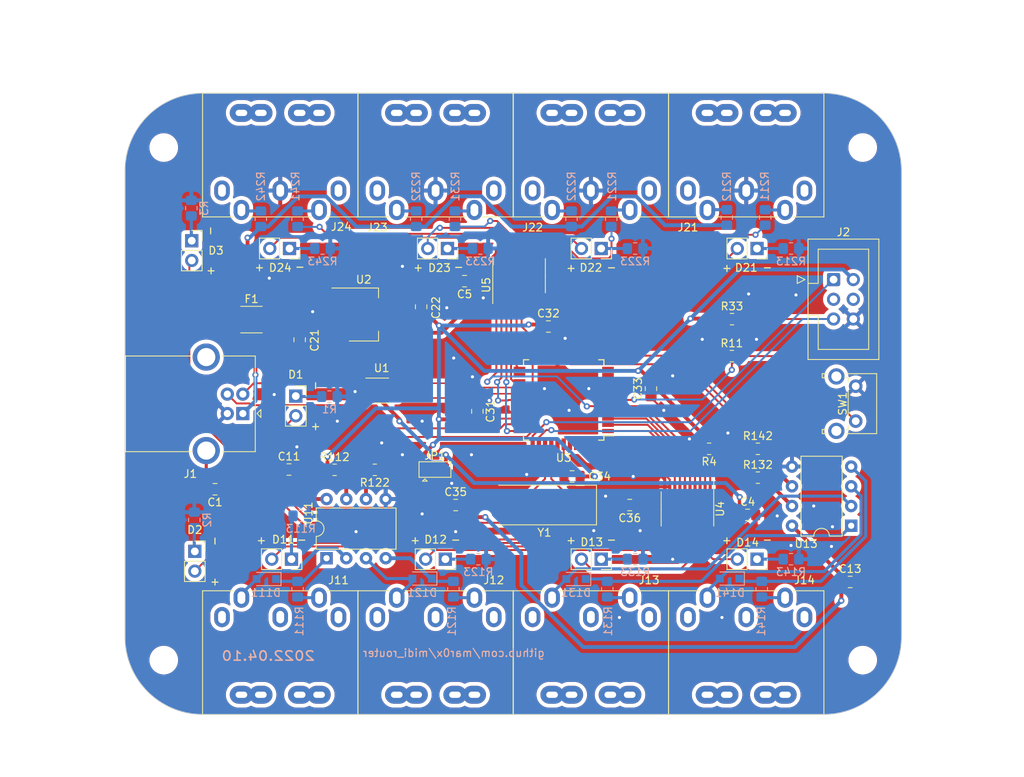
<source format=kicad_pcb>
(kicad_pcb (version 20240108) (generator "pcbnew") (generator_version "8.0")
  (layers (0 "F.Cu" signal) (31 "B.Cu" signal) (34 "B.Paste" user) (35 "F.Paste" user) (36 "B.SilkS" user "B.Silkscreen") (37 "F.SilkS" user "F.Silkscreen") (38 "B.Mask" user) (39 "F.Mask" user) (44 "Edge.Cuts" user))
  (net 0 "")
  (net 1 "Net-(C36-Pad2)")
  (net 3 "GND")
  (net 5 "Net-(D2-Pad1)")
  (net 6 "Net-(D3-Pad1)")
  (net 9 "Net-(D11-Pad1)")
  (net 10 "Net-(J22-Pad4)")
  (net 13 "Net-(D21-Pad1)")
  (net 14 "Net-(J21-Pad4)")
  (net 17 "Net-(J21-Pad5)")
  (net 18 "Net-(J14-Pad4)")
  (net 22 "Net-(D22-Pad1)")
  (net 26 "Net-(D131-Pad2)")
  (net 27 "Net-(J12-Pad4)")
  (net 31 "Net-(D111-Pad1)")
  (net 32 "Net-(D111-Pad2)")
  (net 36 "Net-(D121-Pad1)")
  (net 37 "Net-(D24-Pad1)")
  (net 38 "+5V")
  (net 39 "TX4")
  (net 40 "Net-(D23-Pad1)")
  (net 41 "TX3")
  (net 42 "Net-(D121-Pad2)")
  (net 43 "TX2")
  (net 44 "Net-(D131-Pad1)")
  (net 45 "TX1")
  (net 46 "Net-(D14-Pad1)")
  (net 47 "+3V3")
  (net 48 "RX4")
  (net 49 "Net-(D141-Pad1)")
  (net 50 "RX2")
  (net 51 "Net-(D141-Pad2)")
  (net 52 "Net-(F1-Pad1)")
  (net 53 "RX1")
  (net 54 "Net-(D12-Pad1)")
  (net 55 "Net-(J11-Pad4)")
  (net 56 "BTN")
  (net 57 "OEN")
  (net 58 "Net-(D13-Pad1)")
  (net 59 "RX3")
  (net 60 "Net-(J22-Pad5)")
  (net 61 "Net-(J23-Pad4)")
  (net 62 "Net-(D1-Pad1)")
  (net 63 "Net-(J23-Pad5)")
  (net 64 "Net-(J1-Pad2)")
  (net 65 "Net-(J1-Pad3)")
  (net 66 "Net-(C35-Pad2)")
  (net 67 "Net-(J24-Pad4)")
  (net 68 "Net-(J24-Pad5)")
  (net 69 "Net-(J13-Pad4)")
  (net 70 "D+")
  (net 71 "D-")
  (net 73 "GNDPWR")
  (net 74 "TX_C3")
  (net 75 "TX_C7")
  (net 76 "TX_D3")
  (net 77 "TX_E3")
  (net 78 "LED_C5")
  (net 79 "LED_D1")
  (net 80 "LED_D5")
  (net 81 "LED_E0")
  (net 82 "LED_A5")
  (net 83 "LED_A6")
  (net 84 "LED_A7")
  (net 85 "LED_B0")
  (net 88 "LED_A2")
  (net 89 "LED_A3")
  (net 90 "LED_A4")
  (net 98 "VCC")
  (net 99 "LED_TX4")
  (net 100 "LED_TX3")
  (net 101 "LED_TX2")
  (net 102 "LED_TX1")
  (net 103 "LED_RX4")
  (net 104 "LED_RX3")
  (net 105 "LED_RX2")
  (net 106 "LED_RX1")
  (net 107 "LED_TX_USB")
  (net 108 "LED_RX_USB")
  (net 109 "LED_PWR")
  (net 110 "PDI_DATA")
  (net 113 "PDI_CLK")
  (footprint "Jumper:SolderJumper-3_P1.3mm_Bridged2Bar12_Pad1.0x1.5mm" (layer "F.Cu") (at 129.921 108.458)
    (property "Reference" "JP1")
    (property "Value" "SolderJumper_3_Bridged12")
  )
  (footprint "Capacitor_SMD:C_0805_2012Metric_Pad1.18x1.45mm_HandSolder" (layer "F.Cu") (at 111.125 108.458)
    (property "Reference" "C11")
    (property "Value" "0.1u")
  )
  (footprint "Connector_PinSocket_2.54mm:PinSocket_1x02_P2.54mm_Vertical" (layer "F.Cu") (at 111.448 120 -90)
    (property "Reference" "D11")
    (property "Value" "LED")
  )
  (footprint "Connector_PinSocket_2.54mm:PinSocket_1x02_P2.54mm_Vertical" (layer "F.Cu") (at 111.194 80 -90)
    (property "Reference" "D24")
    (property "Value" "LED")
  )
  (footprint "Connector_PinSocket_2.54mm:PinSocket_1x02_P2.54mm_Vertical" (layer "F.Cu") (at 131.26 120 -90)
    (property "Reference" "D12")
    (property "Value" "LED")
  )
  (footprint "Capacitor_SMD:C_0805_2012Metric_Pad1.18x1.45mm_HandSolder" (layer "F.Cu") (at 133.731 84.201 180)
    (property "Reference" "C5")
    (property "Value" "0.1u")
  )
  (footprint "Capacitor_SMD:C_0805_2012Metric_Pad1.18x1.45mm_HandSolder" (layer "F.Cu") (at 170.18 114.3)
    (property "Reference" "C4")
    (property "Value" "0.1u")
  )
  (footprint "Capacitor_SMD:C_0805_2012Metric_Pad1.18x1.45mm_HandSolder" (layer "F.Cu") (at 132.588 113.03)
    (property "Reference" "C35")
    (property "Value" "15p")
  )
  (footprint "Capacitor_SMD:C_0805_2012Metric_Pad1.18x1.45mm_HandSolder" (layer "F.Cu") (at 135.382 100.965 -90)
    (property "Reference" "C31")
    (property "Value" "0.1u")
  )
  (footprint "Connector_PinSocket_2.54mm:PinSocket_1x02_P2.54mm_Vertical" (layer "F.Cu") (at 98.6065 79)
    (property "Reference" "D3")
    (property "Value" "LED")
  )
  (footprint "Capacitor_SMD:C_0805_2012Metric_Pad1.18x1.45mm_HandSolder" (layer "F.Cu") (at 112.5 91.75 90)
    (property "Reference" "C21")
    (property "Value" "0.1u")
  )
  (footprint "MountingHole:MountingHole_3.2mm_M3_DIN965" (layer "F.Cu") (at 185 133)
    (property "Reference" "H4" (hide yes))
    (property "Value" "MountingHole" (hide yes))
  )
  (footprint "Capacitor_SMD:C_0805_2012Metric_Pad1.18x1.45mm_HandSolder" (layer "F.Cu") (at 101.6 110.998 180)
    (property "Reference" "C1")
    (property "Value" "0.01u")
  )
  (footprint "Connector_PinSocket_2.54mm:PinSocket_1x02_P2.54mm_Vertical" (layer "F.Cu") (at 171.392 120 -90)
    (property "Reference" "D14")
    (property "Value" "LED")
  )
  (footprint "Crystal:Crystal_SMD_HC49-SD" (layer "F.Cu") (at 144.018 113.03 180)
    (property "Reference" "Y1")
    (property "Value" "Crystal_Small")
  )
  (footprint "Capacitor_SMD:C_0805_2012Metric_Pad1.18x1.45mm_HandSolder" (layer "F.Cu") (at 183.388 122.936)
    (property "Reference" "C13")
    (property "Value" "0.1u")
  )
  (footprint "Package_TO_SOT_SMD:SOT-223-3_TabPin2" (layer "F.Cu") (at 120.75 88.5)
    (property "Reference" "U2")
    (property "Value" "LD1117S33TR")
  )
  (footprint "MountingHole:MountingHole_3.2mm_M3_DIN965" (layer "F.Cu") (at 95 133)
    (property "Reference" "H3" (hide yes))
    (property "Value" "MountingHole" (hide yes))
  )
  (footprint "Capacitor_SMD:C_0805_2012Metric_Pad1.18x1.45mm_HandSolder" (layer "F.Cu") (at 147.574 109.347 180)
    (property "Reference" "C34")
    (property "Value" "0.1u")
  )
  (footprint "lib:DIN5MIDI-OOTDTY" (layer "F.Cu") (at 117.5 127.46 180)
    (property "Reference" "J11")
    (property "Value" "DIN-5_180degree")
  )
  (footprint "lib:DIN5MIDI-OOTDTY" (layer "F.Cu") (at 137.5 127.46 180)
    (property "Reference" "J12")
    (property "Value" "DIN-5_180degree")
  )
  (footprint "Package_TO_SOT_SMD:SOT-23-6_Handsoldering" (layer "F.Cu") (at 123.063 98.298)
    (property "Reference" "U1")
    (property "Value" "USBLC6-2SC6")
  )
  (footprint "Capacitor_SMD:C_0805_2012Metric_Pad1.18x1.45mm_HandSolder" (layer "F.Cu") (at 157.734 98.044 90)
    (property "Reference" "C33")
    (property "Value" "0.1u")
  )
  (footprint "lib:DIN5MIDI-OOTDTY" (layer "F.Cu") (at 142.5 72.54)
    (property "Reference" "J22")
    (property "Value" "DIN-5_180degree")
  )
  (footprint "Resistor_SMD:R_0805_2012Metric_Pad1.20x1.40mm_HandSolder" (layer "F.Cu") (at 122.174 108.5 180)
    (property "Reference" "R122")
    (property "Value" "220")
  )
  (footprint "Resistor_SMD:R_0805_2012Metric_Pad1.20x1.40mm_HandSolder" (layer "F.Cu") (at 168.148 93.853)
    (property "Reference" "R11")
    (property "Value" "10k")
  )
  (footprint "Capacitor_SMD:C_0805_2012Metric_Pad1.18x1.45mm_HandSolder" (layer "F.Cu") (at 144.526 90.043)
    (property "Reference" "C32")
    (property "Value" "0.1u")
  )
  (footprint "lib:DIN5MIDI-OOTDTY" (layer "F.Cu") (at 177.5 127.46 180)
    (property "Reference" "J14")
    (property "Value" "DIN-5_180degree")
  )
  (footprint "Resistor_SMD:R_0805_2012Metric_Pad1.20x1.40mm_HandSolder" (layer "F.Cu") (at 165.227 105.791 180)
    (property "Reference" "R4")
    (property "Value" "100k")
  )
  (footprint "Package_DIP:DIP-8_W7.62mm" (layer "F.Cu") (at 183.515 115.697 180)
    (property "Reference" "U13")
    (property "Value" "HCPL-2631")
  )
  (footprint "lib:DIN5MIDI-OOTDTY" (layer "F.Cu") (at 102.5 72.54)
    (property "Reference" "J24")
    (property "Value" "DIN-5_180degree")
  )
  (footprint "Package_SO:TSSOP-20_4.4x6.5mm_P0.65mm" (layer "F.Cu") (at 162.433 113.538 -90)
    (property "Reference" "U4")
    (property "Value" "74HCT541")
  )
  (footprint "MountingHole:MountingHole_3.2mm_M3_DIN965" (layer "F.Cu") (at 185 67)
    (property "Reference" "H2" (hide yes))
    (property "Value" "MountingHole" (hide yes))
  )
  (footprint "Package_DIP:DIP-8_W7.62mm" (layer "F.Cu") (at 115.961 119.878 90)
    (property "Reference" "U11")
    (property "Value" "HCPL-2631")
  )
  (footprint "lib:DIN5MIDI-OOTDTY" (layer "F.Cu") (at 162.5 72.54)
    (property "Reference" "J21")
    (property "Value" "DIN-5_180degree")
  )
  (footprint "Connector_PinSocket_2.54mm:PinSocket_1x02_P2.54mm_Vertical" (layer "F.Cu") (at 112 99)
    (property "Reference" "D1")
    (property "Value" "LED")
  )
  (footprint "Resistor_SMD:R_0805_2012Metric_Pad1.20x1.40mm_HandSolder" (layer "F.Cu") (at 171.5 109.5)
    (property "Reference" "R132")
    (property "Value" "220")
  )
  (footprint "Connector_IDC:IDC-Header_2x03_P2.54mm_Vertical" (layer "F.Cu") (at 181.2475 84)
    (property "Reference" "J2")
    (property "Value" "Conn_02x03_Odd_Even")
  )
  (footprint "Package_QFP:TQFP-44_10x10mm_P0.8mm" (layer "F.Cu") (at 146.5 99.5 180)
    (property "Reference" "U3")
    (property "Value" "ATxmega32A4U-A")
  )
  (footprint "Capacitor_SMD:C_0805_2012Metric_Pad1.18x1.45mm_HandSolder" (layer "F.Cu") (at 155 113.03 180)
    (property "Reference" "C36")
    (property "Value" "15p")
  )
  (footprint "lib:DIN5MIDI-OOTDTY" (layer "F.Cu") (at 122.5 72.54)
    (property "Reference" "J23")
    (property "Value" "DIN-5_180degree")
  )
  (footprint "Resistor_SMD:R_0805_2012Metric_Pad1.20x1.40mm_HandSolder" (layer "F.Cu") (at 171.5 105.791)
    (property "Reference" "R142")
    (property "Value" "220")
  )
  (footprint "Connector_PinSocket_2.54mm:PinSocket_1x02_P2.54mm_Vertical" (layer "F.Cu") (at 131.534 80 -90)
    (property "Reference" "D23")
    (property "Value" "LED")
  )
  (footprint "Connector_PinSocket_2.54mm:PinSocket_1x02_P2.54mm_Vertical" (layer "F.Cu") (at 171.392 80 -90)
    (property "Reference" "D21")
    (property "Value" "LED")
  )
  (footprint "Connector_PinSocket_2.54mm:PinSocket_1x02_P2.54mm_Vertical" (layer "F.Cu") (at 151.326 120 -90)
    (property "Reference" "D13")
    (property "Value" "LED")
  )
  (footprint "Connector_PinSocket_2.54mm:PinSocket_1x02_P2.54mm_Vertical" (layer "F.Cu") (at 151.326 80 -90)
    (property "Reference" "D22")
    (property "Value" "LED")
  )
  (footprint "Resistor_SMD:R_0805_2012Metric_Pad1.20x1.40mm_HandSolder" (layer "F.Cu") (at 117 108.5)
    (property "Reference" "R112")
    (property "Value" "220")
  )
  (footprint "Connector_USB:USB_B_OST_USB-B1HSxx_Horizontal" (layer "F.Cu") (at 105.184 101.25 180)
    (property "Reference" "J1")
    (property "Value" "USB_B")
  )
  (footprint "Connector_PinSocket_2.54mm:PinSocket_1x02_P2.54mm_Vertical" (layer "F.Cu") (at 99 119)
    (property "Reference" "D2")
    (property "Value" "LED")
  )
  (footprint "Resistor_SMD:R_0805_2012Metric_Pad1.20x1.40mm_HandSolder" (layer "F.Cu") (at 168.166 89.093)
    (property "Reference" "R33")
    (property "Value" "10k")
  )
  (footprint "MountingHole:MountingHole_3.2mm_M3_DIN965" (layer "F.Cu") (at 95 67)
    (property "Reference" "H1" (hide yes))
    (property "Value" "MountingHole" (hide yes))
  )
  (footprint "Button_Switch_THT:SW_Tactile_SPST_Angled_PTS645Vx58-2LFS" (layer "F.Cu") (at 184.0966 97.725 -90)
    (property "Reference" "SW1")
    (property "Value" "SW_Push")
  )
  (footprint "Package_SO:TSSOP-20_4.4x6.5mm_P0.65mm" (layer "F.Cu") (at 140.75 83.5 90)
    (property "Reference" "U5")
    (property "Value" "74HCT541")
  )
  (footprint "lib:DIN5MIDI-OOTDTY" (layer "F.Cu") (at 157.5 127.46 180)
    (property "Reference" "J13")
    (property "Value" "DIN-5_180degree")
  )
  (footprint "Capacitor_SMD:C_0805_2012Metric_Pad1.18x1.45mm_HandSolder" (layer "F.Cu") (at 128.143 87.503 -90)
    (property "Reference" "C22")
    (property "Value" "10u")
  )
  (footprint "Fuse:Fuse_1812_4532Metric_Pad1.30x3.40mm_HandSolder" (layer "F.Cu") (at 106.299 89.154)
    (property "Reference" "F1")
    (property "Value" "MF-MSMF050-2")
  )
  (footprint "Resistor_SMD:R_0805_2012Metric_Pad1.20x1.40mm_HandSolder" (layer "B.Cu") (at 127.5 76.174 -90)
    (property "Reference" "R232")
    (property "Value" "220")
  )
  (footprint "Resistor_SMD:R_0805_2012Metric_Pad1.20x1.40mm_HandSolder" (layer "B.Cu") (at 107.5 76.174 -90)
    (property "Reference" "R242")
    (property "Value" "220")
  )
  (footprint "Resistor_SMD:R_0805_2012Metric_Pad1.20x1.40mm_HandSolder" (layer "B.Cu") (at 132.296 123.858 90)
    (property "Reference" "R121")
    (property "Value" "220")
  )
  (footprint "Resistor_SMD:R_0805_2012Metric_Pad1.20x1.40mm_HandSolder" (layer "B.Cu") (at 116.332 99.06)
    (property "Reference" "R1")
    (property "Value" "470")
  )
  (footprint "Resistor_SMD:R_0805_2012Metric_Pad1.20x1.40mm_HandSolder" (layer "B.Cu") (at 175.768 80)
    (property "Reference" "R213")
    (property "Value" "470")
  )
  (footprint "Resistor_SMD:R_0805_2012Metric_Pad1.20x1.40mm_HandSolder" (layer "B.Cu") (at 112.649 114.427)
    (property "Reference" "R113")
    (property "Value" "470")
  )
  (footprint "Resistor_SMD:R_0805_2012Metric_Pad1.20x1.40mm_HandSolder" (layer "B.Cu") (at 112.23 123.858 90)
    (property "Reference" "R111")
    (property "Value" "220")
  )
  (footprint "Resistor_SMD:R_0805_2012Metric_Pad1.20x1.40mm_HandSolder" (layer "B.Cu") (at 167.5 76 -90)
    (property "Reference" "R212")
    (property "Value" "220")
  )
  (footprint "Resistor_SMD:R_0805_2012Metric_Pad1.20x1.40mm_HandSolder" (layer "B.Cu") (at 172.444 76 90)
    (property "Reference" "R211")
    (property "Value" "220")
  )
  (footprint "Resistor_SMD:R_0805_2012Metric_Pad1.20x1.40mm_HandSolder" (layer "B.Cu") (at 155.702 120)
    (property "Reference" "R133")
    (property "Value" "470")
  )
  (footprint "Diode_SMD:D_SOD-323_HandSoldering" (layer "B.Cu") (at 167.856 122.5 180)
    (property "Reference" "D141")
    (property "Value" "D_Small")
  )
  (footprint "Diode_SMD:D_SOD-323_HandSoldering" (layer "B.Cu") (at 108.204 122.555 180)
    (property "Reference" "D111")
    (property "Value" "D_Small")
  )
  (footprint "Resistor_SMD:R_0805_2012Metric_Pad1.20x1.40mm_HandSolder" (layer "B.Cu") (at 112.23 76.174 90)
    (property "Reference" "R241")
    (property "Value" "220")
  )
  (footprint "Resistor_SMD:R_0805_2012Metric_Pad1.20x1.40mm_HandSolder" (layer "B.Cu") (at 172 123.858 90)
    (property "Reference" "R141")
    (property "Value" "220")
  )
  (footprint "Diode_SMD:D_SOD-323_HandSoldering" (layer "B.Cu") (at 148.082 122.555 180)
    (property "Reference" "D131")
    (property "Value" "D_Small")
  )
  (footprint "Resistor_SMD:R_0805_2012Metric_Pad1.20x1.40mm_HandSolder" (layer "B.Cu") (at 98.933 114.951 90)
    (property "Reference" "R2")
    (property "Value" "470")
  )
  (footprint "Resistor_SMD:R_0805_2012Metric_Pad1.20x1.40mm_HandSolder" (layer "B.Cu") (at 155.702 80)
    (property "Reference" "R223")
    (property "Value" "470")
  )
  (footprint "Resistor_SMD:R_0805_2012Metric_Pad1.20x1.40mm_HandSolder" (layer "B.Cu") (at 147.5 76.174 -90)
    (property "Reference" "R222")
    (property "Value" "220")
  )
  (footprint "Resistor_SMD:R_0805_2012Metric_Pad1.20x1.40mm_HandSolder" (layer "B.Cu") (at 135.763 80)
    (property "Reference" "R233")
    (property "Value" "470")
  )
  (footprint "Resistor_SMD:R_0805_2012Metric_Pad1.20x1.40mm_HandSolder" (layer "B.Cu") (at 98.552 74.803 90)
    (property "Reference" "R3")
    (property "Value" "470")
  )
  (footprint "Resistor_SMD:R_0805_2012Metric_Pad1.20x1.40mm_HandSolder" (layer "B.Cu") (at 132.5 76.174 90)
    (property "Reference" "R231")
    (property "Value" "220")
  )
  (footprint "Resistor_SMD:R_0805_2012Metric_Pad1.20x1.40mm_HandSolder" (layer "B.Cu") (at 152.616 76.174 90)
    (property "Reference" "R221")
    (property "Value" "220")
  )
  (footprint "Resistor_SMD:R_0805_2012Metric_Pad1.20x1.40mm_HandSolder" (layer "B.Cu") (at 175.768 120)
    (property "Reference" "R143")
    (property "Value" "470")
  )
  (footprint "Resistor_SMD:R_0805_2012Metric_Pad1.20x1.40mm_HandSolder" (layer "B.Cu") (at 135.509 120)
    (property "Reference" "R123")
    (property "Value" "470")
  )
  (footprint "Diode_SMD:D_SOD-323_HandSoldering" (layer "B.Cu") (at 128.27 122.5 180)
    (property "Reference" "D121")
    (property "Value" "D_Small")
  )
  (footprint "Resistor_SMD:R_0805_2012Metric_Pad1.20x1.40mm_HandSolder" (layer "B.Cu") (at 152.108 123.858 90)
    (property "Reference" "R131")
    (property "Value" "220")
  )
  (footprint "Resistor_SMD:R_0805_2012Metric_Pad1.20x1.40mm_HandSolder" (layer "B.Cu") (at 115.443 80)
    (property "Reference" "R243")
    (property "Value" "470")
  )
  (gr_arc (start 190 130) (mid 187.071068 137.071068) (end 180 140) (stroke (width 0.1)) (layer "Edge.Cuts"))
  (gr_arc (start 180 60) (mid 187.071068 62.928932) (end 190 70) (stroke (width 0.1)) (layer "Edge.Cuts"))
  (gr_line (start 190 70) (end 190 130) (stroke (width 0.1)) (layer "Edge.Cuts"))
  (gr_line (start 180 140) (end 100 140) (stroke (width 0.1)) (layer "Edge.Cuts"))
  (gr_line (start 100 60) (end 180 60) (stroke (width 0.1)) (layer "Edge.Cuts"))
  (gr_arc (start 90 70) (mid 92.928932 62.928932) (end 100 60) (stroke (width 0.1)) (layer "Edge.Cuts"))
  (gr_line (start 90 130) (end 90 70) (stroke (width 0.1)) (layer "Edge.Cuts"))
  (gr_arc (start 100 140) (mid 92.928932 137.071068) (end 90 130) (stroke (width 0.1)) (layer "Edge.Cuts"))
  (gr_text "2022.04.10" (at 108.458 132.461 0) (layer "B.SilkS") (effects (font (size 1.2 1.4) (thickness 0.2)) (justify mirror)))
  (gr_text "github.com/mar0x/midi_router" (at 132.334 132.08 0) (layer "B.SilkS") (effects (font (size 1 1)) (justify mirror)))
  (segment (start 144.9 105.2) (end 144.9 109.662) (width 0.25) (layer "F.Cu") (net 1))
  (segment (start 148.268 113.03) (end 153.9625 113.03) (width 0.25) (layer "F.Cu") (net 1))
  (segment (start 144.9 109.662) (end 148.268 113.03) (width 0.25) (layer "F.Cu") (net 1))
  (segment (start 157.734 99.187) (end 159.385 100.838) (width 0.25) (layer "F.Cu") (net 3))
  (segment (start 145.5635 90.043) (end 146.431 90.043) (width 0.25) (layer "F.Cu") (net 3))
  (segment (start 145.7 108.5105) (end 145.7 105.2) (width 0.25) (layer "F.Cu") (net 3))
  (segment (start 145.7 90.1795) (end 145.7 93.8) (width 0.25) (layer "F.Cu") (net 3))
  (segment (start 145.5635 90.043) (end 145.7 90.1795) (width 0.25) (layer "F.Cu") (net 3))
  (segment (start 146.431 90.043) (end 146.685 90.297) (width 0.25) (layer "F.Cu") (net 3))
  (segment (start 151.13 111.125) (end 148.3145 111.125) (width 0.25) (layer "F.Cu") (net 3))
  (segment (start 157.734 99.0815) (end 157.734 99.187) (width 0.25) (layer "F.Cu") (net 3))
  (segment (start 160.158 110.6755) (end 160.158 109.739) (width 0.25) (layer "F.Cu") (net 3))
  (segment (start 160.158 109.739) (end 159.766 109.347) (width 0.25) (layer "F.Cu") (net 3))
  (segment (start 146.5365 109.347) (end 145.7 108.5105) (width 0.25) (layer "F.Cu") (net 3))
  (segment (start 136.5545 101.1) (end 140.8 101.1) (width 0.25) (layer "F.Cu") (net 3))
  (segment (start 151.892 111.887) (end 151.13 111.125) (width 0.25) (layer "F.Cu") (net 3))
  (segment (start 159.508 109.851) (end 159.004 109.347) (width 0.25) (layer "F.Cu") (net 3))
  (segment (start 159.766 109.347) (end 155.448 109.347) (width 0.25) (layer "F.Cu") (net 3))
  (segment (start 148.3145 111.125) (end 146.5365 109.347) (width 0.25) (layer "F.Cu") (net 3))
  (segment (start 146.685 90.297) (end 146.685 91.567) (width 0.25) (layer "F.Cu") (net 3))
  (segment (start 135.382 99.9275) (end 136.5545 101.1) (width 0.25) (layer "F.Cu") (net 3))
  (segment (start 119.761 98.298) (end 119.634 98.425) (width 0.25) (layer "F.Cu") (net 3))
  (segment (start 157.734 99.0815) (end 156.5525 97.9) (width 0.25) (layer "F.Cu") (net 3))
  (segment (start 156.5525 97.9) (end 152.2 97.9) (width 0.25) (layer "F.Cu") (net 3))
  (segment (start 159.508 110.6755) (end 159.508 109.851) (width 0.25) (layer "F.Cu") (net 3))
  (segment (start 159.004 109.347) (end 155.448 109.347) (width 0.25) (layer "F.Cu") (net 3))
  (segment (start 121.713 98.298) (end 119.761 98.298) (width 0.25) (layer "F.Cu") (net 3))
  (via (at 132.334 94.107) (size 0.8) (drill 0.4) (layers "F.Cu" "B.Cu") (net 3))
  (via (at 108.585 83.82) (size 0.8) (drill 0.4) (layers "F.Cu" "B.Cu") (net 3))
  (via (at 166.878 127.508) (size 0.8) (drill 0.4) (layers "F.Cu" "B.Cu") (net 3))
  (via (at 128.27 102.235) (size 0.8) (drill 0.4) (layers "F.Cu" "B.Cu") (net 3))
  (via (at 170.307 85.852) (size 0.8) (drill 0.4) (layers "F.Cu" "B.Cu") (net 3))
  (via (at 150.368 116.332) (size 0.8) (drill 0.4) (layers "F.Cu" "B.Cu") (net 3))
  (via (at 160.528 96.393) (size 0.8) (drill 0.4) (layers "F.Cu" "B.Cu") (net 3))
  (via (at 119.634 98.425) (size 0.8) (drill 0.4) (layers "F.Cu" "B.Cu") (net 3))
  (via (at 117.348 102.235) (size 0.8) (drill 0.4) (layers "F.Cu" "B.Cu") (net 3))
  (via (at 164.338 91.694) (size 0.8) (drill 0.4) (layers "F.Cu" "B.Cu") (net 3))
  (via (at 144.018 98.044) (size 0.8) (drill 0.4) (layers "F.Cu" "B.Cu") (net 3))
  (via (at 176.403 85.979) (size 0.8) (drill 0.4) (layers "F.Cu" "B.Cu") (net 3))
  (via (at 125.73 106.553) (size 0.8) (drill 0.4) (layers "F.Cu" "B.Cu") (net 3))
  (via (at 123.063 105.029) (size 0.8) (drill 0.4) (layers "F.Cu" "B.Cu") (net 3))
  (via (at 167.64 103.759) (size 0.8) (drill 0.4) (layers "F.Cu" "B.Cu") (net 3))
  (via (at 119.761 116.459) (size 0.8) (drill 0.4) (layers "F.Cu" "B.Cu") (net 3))
  (via (at 128.27 114.173) (size 0.8) (drill 0.4) (layers "F.Cu" "B.Cu") (net 3))
  (via (at 141.732 109.093) (size 0.8) (drill 0.4) (layers "F.Cu" "B.Cu") (net 3))
  (via (at 149.733 98.044) (size 0.8) (drill 0.4) (layers "F.Cu" "B.Cu") (net 3))
  (via (at 109.22 98.806) (size 0.8) (drill 0.4) (layers "F.Cu" "B.Cu") (net 3))
  (via (at 147.193 100.838) (size 0.8) (drill 0.4) (layers "F.Cu" "B.Cu") (net 3))
  (via (at 146.685 91.567) (size 0.8) (drill 0.4) (layers "F.Cu" "B.Cu") (net 3))
  (via (at 156.337 116.332) (size 0.8) (drill 0.4) (layers "F.Cu" "B.Cu") (net 3))
  (via (at 136.144 86.36) (size 0.8) (drill 0.4) (layers "F.Cu" "B.Cu") (net 3))
  (via (at 132.08 110.236) (size 0.8) (drill 0.4) (layers "F.Cu" "B.Cu") (net 3))
  (via (at 151.892 111.887) (size 0.8) (drill 0.4) (layers "F.Cu" "B.Cu") (net 3))
  (via (at 178.689 113.157) (size 0.8) (drill 0.4) (layers "F.Cu" "B.Cu") (net 3))
  (via (at 162.687 104.521) (size 0.8) (drill 0.4) (layers "F.Cu" "B.Cu") (net 3))
  (via (at 131.445 87.63) (size 0.8) (drill 0.4) (layers "F.Cu" "B.Cu") (net 3))
  (via (at 132.588 116.459) (size 0.8) (drill 0.4) (layers "F.Cu" "B.Cu") (net 3))
  (via (at 114.173 88.138) (size 0.8) (drill 0.4) (layers "F.Cu" "B.Cu") (net 3))
  (via (at 160.528 120.015) (size 0.8) (drill 0.4) (layers "F.Cu" "B.Cu") (net 3))
  (via (at 180.975 118.364) (size 0.8) (drill 0.4) (layers "F.Cu" "B.Cu") (net 3))
  (via (at 173.99 114.427) (size 0.8) (drill 0.4) (layers "F.Cu" "B.Cu") (net 3))
  (via (at 134.62 106.553) (size 0.8) (drill 0.4) (layers "F.Cu" "B.Cu") (net 3))
  (via (at 181.102 115.824) (size 0.8) (drill 0.4) (layers "F.Cu" "B.Cu") (net 3))
  (via (at 171.323 91.694) (size 0.8) (drill 0.4) (layers "F.Cu" "B.Cu") (net 3))
  (via (at 136.906 99.568) (size 0.8) (drill 0.4) (layers "F.Cu" "B.Cu") (net 3))
  (via (at 159.385 100.838) (size 0.8) (drill 0.4) (layers "F.Cu" "B.Cu") (net 3))
  (via (at 155.448 109.347) (size 0.8) (drill 0.4) (layers "F.Cu" "B.Cu") (net 3))
  (via (at 134.747 96.52) (size 0.8) (drill 0.4) (layers "F.Cu" "B.Cu") (net 3))
  (via (at 175.768 118.237) (size 0.8) (drill 0.4) (layers "F.Cu" "B.Cu") (net 3))
  (via (at 153.67 127.508) (size 0.8) (drill 0.4) (layers "F.Cu" "B.Cu") (net 3))
  (via (at 112.141 105.537) (size 0.8) (drill 0.4) (layers "F.Cu" "B.Cu") (net 3))
  (via (at 125.73 82.296) (size 0.8) (drill 0.4) (layers "F.Cu" "B.Cu") (net 3))
  (segment (start 98.933 118.933) (end 99 119) (width 0.4) (layer "B.Cu") (net 5))
  (segment (start 98.933 115.951) (end 98.933 118.933) (width 0.4) (layer "B.Cu") (net 5))
  (segment (start 98.552 75.803) (end 98.552 78.9455) (width 0.4) (layer "B.Cu") (net 6))
  (segment (start 98.552 78.9455) (end 98.6065 79) (width 0.4) (layer "B.Cu") (net 6))
  (segment (start 111.448 114.628) (end 111.448 120) (width 0.4) (layer "B.Cu") (net 9))
  (segment (start 111.649 114.427) (end 111.448 114.628) (width 0.4) (layer "B.Cu") (net 9))
  (segment (start 145.134 75.174) (end 145 75.04) (width 0.4) (layer "B.Cu") (net 10))
  (segment (start 147.5 75.174) (end 145.134 75.174) (width 0.4) (layer "B.Cu") (net 10))
  (segment (start 171.392 80) (end 174.768 80) (width 0.4) (layer "B.Cu") (net 13))
  (segment (start 167.5 75) (end 165.04 75) (width 0.4) (layer "B.Cu") (net 14))
  (segment (start 165.04 75) (end 165 75.04) (width 0.4) (layer "B.Cu") (net 14))
  (segment (start 175 75.04) (end 172.484 75.04) (width 0.4) (layer "B.Cu") (net 17))
  (segment (start 172.484 75.04) (end 172.444 75) (width 0.4) (layer "B.Cu") (net 17))
  (segment (start 172.102 124.96) (end 172 124.858) (width 0.4) (layer "B.Cu") (net 18))
  (segment (start 175 124.96) (end 172.102 124.96) (width 0.4) (layer "B.Cu") (net 18))
  (segment (start 151.326 80) (end 154.702 80) (width 0.4) (layer "B.Cu") (net 22))
  (segment (start 174.350074 111.887) (end 182.245 111.887) (width 0.4) (layer "B.Cu") (net 26))
  (segment (start 164.987563 121.249511) (end 174.350074 111.887) (width 0.4) (layer "B.Cu") (net 26))
  (segment (start 146.832 122.555) (end 148.137489 121.249511) (width 0.4) (layer "B.Cu") (net 26))
  (segment (start 148.137489 121.249511) (end 164.987563 121.249511) (width 0.4) (layer "B.Cu") (net 26))
  (segment (start 182.245 111.887) (end 183.515 113.157) (width 0.4) (layer "B.Cu") (net 26))
  (segment (start 145 124.96) (end 145 124.387) (width 0.4) (layer "B.Cu") (net 26))
  (segment (start 145 124.387) (end 146.832 122.555) (width 0.4) (layer "B.Cu") (net 26))
  (segment (start 135 124.96) (end 132.398 124.96) (width 0.4) (layer "B.Cu") (net 27))
  (segment (start 132.398 124.96) (end 132.296 124.858) (width 0.4) (layer "B.Cu") (net 27))
  (segment (start 112.23 122.858) (end 112.981 122.858) (width 0.4) (layer "B.Cu") (net 31))
  (segment (start 112.23 122.858) (end 109.757 122.858) (width 0.4) (layer "B.Cu") (net 31))
  (segment (start 109.757 122.858) (end 109.454 122.555) (width 0.4) (layer "B.Cu") (net 31))
  (segment (start 112.981 122.858) (end 115.961 119.878) (width 0.4) (layer "B.Cu") (net 31))
  (segment (start 107.97 121.539) (end 106.954 122.555) (width 0.5) (layer "B.Cu") (net 32))
  (segment (start 112.747511 121.074969) (end 112.28348 121.539) (width 0.5) (layer "B.Cu") (net 32))
  (segment (start 112.28348 121.539) (end 107.97 121.539) (width 0.5) (layer "B.Cu") (net 32))
  (segment (start 118.501 119.878) (end 117.251489 118.628489) (width 0.5) (layer "B.Cu") (net 32))
  (segment (start 105 124.96) (end 105 124.509) (width 0.4) (layer "B.Cu") (net 32))
  (segment (start 114.924511 118.628489) (end 112.747511 120.805489) (width 0.5) (layer "B.Cu") (net 32))
  (segment (start 117.251489 118.628489) (end 114.924511 118.628489) (width 0.5) (layer "B.Cu") (net 32))
  (segment (start 105 124.509) (end 106.954 122.555) (width 0.4) (layer "B.Cu") (net 32))
  (segment (start 112.747511 120.805489) (end 112.747511 121.074969) (width 0.5) (layer "B.Cu") (net 32))
  (segment (start 132.296 122.858) (end 129.878 122.858) (width 0.4) (layer "B.Cu") (net 36))
  (segment (start 129.358 122.5) (end 129.52 122.5) (width 0.5) (layer "B.Cu") (net 36))
  (segment (start 123.581 119.878) (end 126.736 119.878) (width 0.5) (layer "B.Cu") (net 36))
  (segment (start 126.736 119.878) (end 129.358 122.5) (width 0.5) (layer "B.Cu") (net 36))
  (segment (start 129.878 122.858) (end 129.52 122.5) (width 0.4) (layer "B.Cu") (net 36))
  (segment (start 111.194 80) (end 114.443 80) (width 0.4) (layer "B.Cu") (net 37))
  (segment (start 112.5 90.7125) (end 112.5875 90.8) (width 0.5) (layer "F.Cu") (net 38))
  (segment (start 123.183489 99.815489) (end 123.183489 98.291489) (width 0.5) (layer "F.Cu") (net 38))
  (segment (start 130.765489 90.849511) (end 134.7685 86.8465) (width 0.5) (layer "F.Cu") (net 38))
  (segment (start 112.5875 90.8) (end 117.6 90.8) (width 0.5) (layer "F.Cu") (net 38))
  (segment (start 117.6 90.8) (end 117.649511 90.849511) (width 0.5) (layer "F.Cu") (net 38))
  (segment (start 131.318 108.361) (end 131.221 108.458) (width 0.5) (layer "F.Cu") (net 38))
  (segment (start 123.183489 98.291489) (end 123.19 98.298) (width 0.5) (layer "F.Cu") (net 38))
  (segment (start 123.19 98.298) (end 124.413 98.298) (width 0.5) (layer "F.Cu") (net 38))
  (segment (start 169.164 114.2785) (end 169.1425 114.3) (width 0.5) (layer "F.Cu") (net 38))
  (segment (start 134.7685 83.694) (end 134.7685 84.201) (width 0.4) (layer "F.Cu") (net 38))
  (segment (start 117.649511 90.849511) (end 130.765489 90.849511) (width 0.5) (layer "F.Cu") (net 38))
  (segment (start 125.349 101.981) (end 123.183489 99.815489) (width 0.5) (layer "F.Cu") (net 38))
  (segment (start 117.6 90.8) (end 123.183489 96.383489) (width 0.5) (layer "F.Cu") (net 38))
  (segment (start 167.4585 114.3) (end 169.1425 114.3) (width 0.4) (layer "F.Cu") (net 38))
  (segment (start 131.318 106.553) (end 131.318 108.361) (width 0.5) (layer "F.Cu") (net 38))
  (segment (start 134.7685 86.8465) (end 134.7685 84.201) (width 0.5) (layer "F.Cu") (net 38))
  (segment (start 137.825 80.6375) (end 134.7685 83.694) (width 0.4) (layer "F.Cu") (net 38))
  (segment (start 108.524 89.154) (end 110.9415 89.154) (width 0.5) (layer "F.Cu") (net 38))
  (segment (start 125.349 102.235) (end 125.349 101.981) (width 0.5) (layer "F.Cu") (net 38))
  (segment (start 165.358 116.4005) (end 167.4585 114.3) (width 0.4) (layer "F.Cu") (net 38))
  (segment (start 169.164 112.014) (end 169.164 114.2785) (width 0.5) (layer "F.Cu") (net 38))
  (segment (start 105.791 86.421) (end 105.791 78.613) (width 0.5) (layer "F.Cu") (net 38))
  (segment (start 110.9415 89.154) (end 112.5 90.7125) (width 0.5) (layer "F.Cu") (net 38))
  (segment (start 108.524 89.154) (end 105.791 86.421) (width 0.5) (layer "F.Cu") (net 38))
  (segment (start 123.183489 96.383489) (end 123.183489 98.291489) (width 0.5) (layer "F.Cu") (net 38))
  (via (at 105.791 78.613) (size 0.8) (drill 0.4) (layers "F.Cu" "B.Cu") (net 38))
  (via (at 169.164 112.014) (size 0.8) (drill 0.4) (layers "F.Cu" "B.Cu") (net 38))
  (via (at 131.318 106.553) (size 0.8) (drill 0.4) (layers "F.Cu" "B.Cu") (net 38))
  (via (at 125.349 102.235) (size 0.8) (drill 0.4) (layers "F.Cu" "B.Cu") (net 38))
  (segment (start 135.88907 73.279) (end 139.78407 77.174) (width 0.5) (layer "B.Cu") (net 38))
  (segment (start 131.318 106.553) (end 134.961511 110.196511) (width 0.5) (layer "B.Cu") (net 38))
  (segment (start 119.78407 77.174) (end 127.5 77.174) (width 0.5) (layer "B.Cu") (net 38))
  (segment (start 167.346511 110.196511) (end 169.164 112.014) (width 0.5) (layer "B.Cu") (net 38))
  (segment (start 107.5 77.174) (end 108.44073 77.174) (width 0.5) (layer "B.Cu") (net 38))
  (segment (start 108.44073 77.174) (end 112.32425 73.29048) (width 0.5) (layer "B.Cu") (net 38))
  (segment (start 129.735609 106.553) (end 131.318 106.553) (width 0.5) (layer "B.Cu") (net 38))
  (segment (start 139.78407 77.174) (end 147.5 77.174) (width 0.5) (layer "B.Cu") (net 38))
  (segment (start 147.5 77.174) (end 148.82673 77.174) (width 0.5) (layer "B.Cu") (net 38))
  (segment (start 127.5 77.174) (end 128.71073 77.174) (width 0.5) (layer "B.Cu") (net 38))
  (segment (start 106.061 78.613) (end 107.5 77.174) (width 0.5) (layer "B.Cu") (net 38))
  (segment (start 134.961511 110.196511) (end 167.346511 110.196511) (width 0.5) (layer "B.Cu") (net 38))
  (segment (start 125.417609 102.235) (end 129.735609 106.553) (width 0.5) (layer "B.Cu") (net 38))
  (segment (start 105.791 78.613) (end 106.061 78.613) (width 0.5) (layer "B.Cu") (net 38))
  (segment (start 128.71073 77.174) (end 132.60573 73.279) (width 0.5) (layer "B.Cu") (net 38))
  (segment (start 125.349 102.235) (end 125.417609 102.235) (width 0.5) (layer "B.Cu") (net 38))
  (segment (start 132.60573 73.279) (end 135.88907 73.279) (width 0.5) (layer "B.Cu") (net 38))
  (segment (start 159.55 77) (end 167.5 77) (width 0.5) (layer "B.Cu") (net 38))
  (segment (start 155.84048 73.29048) (end 159.55 77) (width 0.5) (layer "B.Cu") (net 38))
  (segment (start 152.71025 73.29048) (end 155.84048 73.29048) (width 0.5) (layer "B.Cu") (net 38))
  (segment (start 115.90055 73.29048) (end 119.78407 77.174) (width 0.5) (layer "B.Cu") (net 38))
  (segment (start 148.82673 77.174) (end 152.71025 73.29048) (width 0.5) (layer "B.Cu") (net 38))
  (segment (start 112.32425 73.29048) (end 115.90055 73.29048) (width 0.5) (layer "B.Cu") (net 38))
  (segment (start 115.951 78.105) (end 115.062 77.216) (width 0.25) (layer "F.Cu") (net 39))
  (segment (start 138.176718 78.105) (end 115.951 78.105) (width 0.25) (layer "F.Cu") (net 39))
  (segment (start 139.775 80.6375) (end 139.775 79.703282) (width 0.25) (layer "F.Cu") (net 39))
  (segment (start 139.775 79.703282) (end 138.176718 78.105) (width 0.25) (layer "F.Cu") (net 39))
  (via (at 115.062 77.216) (size 0.8) (drill 0.4) (layers "F.Cu" "B.Cu") (net 39))
  (segment (start 112.272 77.216) (end 112.23 77.174) (width 0.25) (layer "B.Cu") (net 39))
  (segment (start 115.062 77.216) (end 112.272 77.216) (width 0.25) (layer "B.Cu") (net 39))
  (segment (start 131.534 80) (end 134.763 80) (width 0.4) (layer "B.Cu") (net 40))
  (segment (start 137.033 76.454) (end 137.922 76.454) (width 0.25) (layer "F.Cu") (net 41))
  (segment (start 137.922 76.454) (end 141.075 79.607) (width 0.25) (layer "F.Cu") (net 41))
  (segment (start 141.075 79.607) (end 141.075 80.6375) (width 0.25) (layer "F.Cu") (net 41))
  (via (at 137.033 76.454) (size 0.8) (drill 0.4) (layers "F.Cu" "B.Cu") (net 41))
  (segment (start 136.313 77.174) (end 132.5 77.174) (width 0.25) (layer "B.Cu") (net 41))
  (segment (start 137.033 76.454) (end 136.313 77.174) (width 0.25) (layer "B.Cu") (net 41))
  (segment (start 127.02 122.5) (end 123.663 122.5) (width 0.4) (layer "B.Cu") (net 42))
  (segment (start 127.02 122.94) (end 125 124.96) (width 0.4) (layer "B.Cu") (net 42))
  (segment (start 127.02 122.5) (end 127.02 122.94) (width 0.4) (layer "B.Cu") (net 42))
  (segment (start 123.663 122.5) (end 121.041 119.878) (width 0.4) (layer "B.Cu") (net 42))
  (segment (start 148.40499 81.28) (end 146.37299 79.248) (width 0.25) (layer "F.Cu") (net 43))
  (segment (start 152.270511 81.28) (end 148.40499 81.28) (width 0.25) (layer "F.Cu") (net 43))
  (segment (start 146.37299 79.248) (end 142.875 79.248) (width 0.25) (layer "F.Cu") (net 43))
  (segment (start 152.654 80.896511) (end 152.270511 81.28) (width 0.25) (layer "F.Cu") (net 43))
  (segment (start 152.654 78.74) (end 152.654 80.896511) (width 0.25) (layer "F.Cu") (net 43))
  (segment (start 142.875 79.248) (end 142.375 79.748) (width 0.25) (layer "F.Cu") (net 43))
  (segment (start 142.375 79.748) (end 142.375 80.6375) (width 0.25) (layer "F.Cu") (net 43))
  (via (at 152.654 78.74) (size 0.8) (drill 0.4) (layers "F.Cu" "B.Cu") (net 43))
  (segment (start 152.654 78.74) (end 152.654 77.212) (width 0.25) (layer "B.Cu") (net 43))
  (segment (start 152.654 77.212) (end 152.616 77.174) (width 0.25) (layer "B.Cu") (net 43))
  (segment (start 149.332 122.555) (end 151.805 122.555) (width 0.4) (layer "B.Cu") (net 44))
  (segment (start 151.805 122.555) (end 152.108 122.858) (width 0.4) (layer "B.Cu") (net 44))
  (segment (start 164.226924 122.858) (end 170.117924 116.967) (width 0.4) (layer "B.Cu") (net 44))
  (segment (start 182.245 116.967) (end 183.515 115.697) (width 0.4) (layer "B.Cu") (net 44))
  (segment (start 170.117924 116.967) (end 182.245 116.967) (width 0.4) (layer "B.Cu") (net 44))
  (segment (start 152.108 122.858) (end 164.226924 122.858) (width 0.4) (layer "B.Cu") (net 44))
  (segment (start 145.0795 82.042) (end 162.433 82.042) (width 0.25) (layer "F.Cu") (net 45))
  (segment (start 143.675 80.6375) (end 145.0795 82.042) (width 0.25) (layer "F.Cu") (net 45))
  (segment (start 166.243 78.232) (end 171.196 78.232) (width 0.25) (layer "F.Cu") (net 45))
  (segment (start 162.433 82.042) (end 166.243 78.232) (width 0.25) (layer "F.Cu") (net 45))
  (via (at 171.196 78.232) (size 0.8) (drill 0.4) (layers "F.Cu" "B.Cu") (net 45))
  (segment (start 171.212 78.232) (end 172.444 77) (width 0.25) (layer "B.Cu") (net 45))
  (segment (start 171.196 78.232) (end 171.212 78.232) (width 0.25) (layer "B.Cu") (net 45))
  (segment (start 174.768 120) (end 171.392 120) (width 0.4) (layer "B.Cu") (net 46))
  (segment (start 128.143 88.5405) (end 129.0535 88.5405) (width 0.5) (layer "F.Cu") (net 47))
  (segment (start 135.382 102.0025) (end 130.4505 102.0025) (width 0.5) (layer "F.Cu") (net 47))
  (segment (start 157.734 97.0065) (end 157.6405 97.1) (width 0.25) (layer "F.Cu") (net 47))
  (segment (start 156.4855 95.758) (end 157.734 97.0065) (width 0.5) (layer "F.Cu") (net 47))
  (segment (start 162.814 89.027) (end 167.1 89.027) (width 0.5) (layer "F.Cu") (net 47))
  (segment (start 143.2345 89.789) (end 143.4885 90.043) (width 0.5) (layer "F.Cu") (net 47))
  (segment (start 157.734 97.27973) (end 157.734 97.0065) (width 0.5) (layer "F.Cu") (net 47))
  (segment (start 129.667 105.283) (end 128.621 106.329) (width 0.5) (layer "F.Cu") (net 47))
  (segment (start 143.4885 90.043) (end 144.9 91.4545) (width 0.25) (layer "F.Cu") (net 47))
  (segment (start 146.5 107.2355) (end 146.5 105.2) (width 0.25) (layer "F.Cu") (net 47))
  (segment (start 170.5 105.791) (end 166.227 105.791) (width 0.5) (layer "F.Cu") (net 47))
  (segment (start 170.5 109.5) (end 170.5 105.791) (width 0.5) (layer "F.Cu") (net 47))
  (segment (start 116.078 108.422) (end 116 108.5) (width 0.5) (layer "F.Cu") (net 47))
  (segment (start 135.4845 101.9) (end 140.8 101.9) (width 0.25) (layer "F.Cu") (net 47))
  (segment (start 135.382 102.0025) (end 135.4845 101.9) (width 0.25) (layer "F.Cu") (net 47))
  (segment (start 117.6 88.5) (end 123.9 88.5) (width 0.4) (layer "F.Cu") (net 47))
  (segment (start 167.1 89.027) (end 167.166 89.093) (width 0.5) (layer "F.Cu") (net 47))
  (segment (start 128.621 106.329) (end 128.621 108.458) (width 0.5) (layer "F.Cu") (net 47))
  (segment (start 128.1025 88.5) (end 128.143 88.5405) (width 0.5) (layer "F.Cu") (net 47))
  (segment (start 144.9 91.4545) (end 144.9 93.8) (width 0.25) (layer "F.Cu") (net 47))
  (segment (start 123.174 108.5) (end 123.216 108.458) (width 0.5) (layer "F.Cu") (net 47))
  (segment (start 116.078 106.807) (end 116.078 108.422) (width 0.5) (layer "F.Cu") (net 47))
  (segment (start 130.4505 102.0025) (end 130.429 101.981) (width 0.25) (layer "F.Cu") (net 47))
  (segment (start 123.9 88.5) (end 128.1025 88.5) (width 0.5) (layer "F.Cu") (net 47))
  (segment (start 166.227 105.791) (end 166.227 105.77273) (width 0.5) (layer "F.Cu") (net 47))
  (segment (start 150.495 109.347) (end 148.6115 109.347) (width 0.5) (layer "F.Cu") (net 47))
  (segment (start 167.166 93.835) (end 167.148 93.853) (width 0.5) (layer "F.Cu") (net 47))
  (segment (start 123.216 108.458) (end 128.621 108.458) (width 0.5) (layer "F.Cu") (net 47))
  (segment (start 156.083 95.758) (end 156.4855 95.758) (width 0.5) (layer "F.Cu") (net 47))
  (segment (start 141.986 89.789) (end 143.2345 89.789) (width 0.5) (layer "F.Cu") (net 47))
  (segment (start 157.6405 97.1) (end 152.2 97.1) (width 0.25) (layer "F.Cu") (net 47))
  (segment (start 166.227 105.77273) (end 157.734 97.27973) (width 0.5) (layer "F.Cu") (net 47))
  (segment (start 148.6115 109.347) (end 146.5 107.2355) (width 0.25) (layer "F.Cu") (net 47))
  (segment (start 167.166 89.093) (end 167.166 93.835) (width 0.5) (layer "F.Cu") (net 47))
  (segment (start 129.0535 88.5405) (end 130.429 89.916) (width 0.5) (layer "F.Cu") (net 47))
  (via (at 130.429 101.981) (size 0.8) (drill 0.4) (layers "F.Cu" "B.Cu") (net 47))
  (via (at 156.083 95.758) (size 0.8) (drill 0.4) (layers "F.Cu" "B.Cu") (net 47))
  (via (at 116.078 106.807) (size 0.8) (drill 0.4) (layers "F.Cu" "B.Cu") (net 47))
  (via (at 141.986 89.789) (size 0.8) (drill 0.4) (layers "F.Cu" "B.Cu") (net 47))
  (via (at 129.667 105.283) (size 0.8) (drill 0.4) (layers "F.Cu" "B.Cu") (net 47))
  (via (at 162.814 89.027) (size 0.8) (drill 0.4) (layers "F.Cu" "B.Cu") (net 47))
  (via (at 150.495 109.347) (size 0.8) (drill 0.4) (layers "F.Cu" "B.Cu") (net 47))
  (via (at 130.429 89.916) (size 0.8) (drill 0.4) (layers "F.Cu" "B.Cu") (net 47))
  (segment (start 122.301 100.584) (end 116.078 106.807) (width 0.5) (layer "B.Cu") (net 47))
  (segment (start 130.429 104.521) (end 145.669 104.521) (width 0.5) (layer "B.Cu") (net 47))
  (segment (start 145.669 104.521) (end 150.495 109.347) (width 0.5) (layer "B.Cu") (net 47))
  (segment (start 182.48798 82.70048) (end 183.7875 84) (width 0.5) (layer "B.Cu") (net 47))
  (segment (start 169.14052 82.70048) (end 182.48798 82.70048) (width 0.5) (layer "B.Cu") (net 47))
  (segment (start 130.429 101.981) (end 130.429 104.521) (width 0.5) (layer "B.Cu") (net 47))
  (segment (start 156.083 95.758) (end 136.271 95.758) (width 0.5) (layer "B.Cu") (net 47))
  (segment (start 156.083 95.758) (end 169.14052 82.70048) (width 0.5) (layer "B.Cu") (net 47))
  (segment (start 130.429 89.916) (end 141.859 89.916) (width 0.5) (layer "B.Cu") (net 47))
  (segment (start 141.859 89.916) (end 141.986 89.789) (width 0.5) (layer "B.Cu") (net 47))
  (segment (start 130.429 89.916) (end 130.429 100.584) (width 0.5) (layer "B.Cu") (net 47))
  (segment (start 130.429 100.584) (end 130.429 101.981) (width 0.5) (layer "B.Cu") (net 47))
  (segment (start 130.429 100.584) (end 122.301 100.584) (width 0.5) (layer "B.Cu") (net 47))
  (segment (start 130.429 104.521) (end 129.667 105.283) (width 0.5) (layer "B.Cu") (net 47))
  (segment (start 136.271 95.758) (end 130.429 89.916) (width 0.5) (layer "B.Cu") (net 47))
  (segment (start 172.5 105.791) (end 172.5 104.936) (width 0.25) (layer "F.Cu") (net 48))
  (segment (start 161.364 93.8) (end 150.5 93.8) (width 0.25) (layer "F.Cu") (net 48))
  (segment (start 175.895 110.617) (end 172.5 107.222) (width 0.5) (layer "F.Cu") (net 48))
  (segment (start 172.5 107.222) (end 172.5 105.791) (width 0.5) (layer "F.Cu") (net 48))
  (segment (start 172.5 104.936) (end 161.364 93.8) (width 0.25) (layer "F.Cu") (net 48))
  (segment (start 185.38452 109.94652) (end 183.515 108.077) (width 0.4) (layer "B.Cu") (net 49))
  (segment (start 185.38452 117.074351) (end 185.38452 109.94652) (width 0.4) (layer "B.Cu") (net 49))
  (segment (start 172 122.858) (end 169.464 122.858) (width 0.4) (layer "B.Cu") (net 49))
  (segment (start 172 122.858) (end 179.600872 122.858) (width 0.4) (layer "B.Cu") (net 49))
  (segment (start 169.464 122.858) (end 169.106 122.5) (width 0.4) (layer "B.Cu") (net 49))
  (segment (start 179.600872 122.858) (end 185.38452 117.074351) (width 0.4) (layer "B.Cu") (net 49))
  (segment (start 121.041 108.633) (end 121.174 108.5) (width 0.5) (layer "F.Cu") (net 50))
  (segment (start 125.407 104.267) (end 121.174 108.5) (width 0.25) (layer "F.Cu") (net 50))
  (segment (start 121.041 112.258) (end 121.041 108.633) (width 0.5) (layer "F.Cu") (net 50))
  (segment (start 142.5 93.8) (end 142.5 103.474022) (width 0.25) (layer "F.Cu") (net 50))
  (segment (start 142.5 103.474022) (end 141.707022 104.267) (width 0.25) (layer "F.Cu") (net 50))
  (segment (start 141.707022 104.267) (end 125.407 104.267) (width 0.25) (layer "F.Cu") (net 50))
  (segment (start 184.785 116.826022) (end 184.785 111.887) (width 0.4) (layer "B.Cu") (net 51))
  (segment (start 167.505511 121.600489) (end 180.010533 121.600489) (width 0.4) (layer "B.Cu") (net 51))
  (segment (start 165 124.96) (end 165 124.106) (width 0.4) (layer "B.Cu") (net 51))
  (segment (start 180.010533 121.600489) (end 184.785 116.826022) (width 0.4) (layer "B.Cu") (net 51))
  (segment (start 165 124.106) (end 166.606 122.5) (width 0.4) (layer "B.Cu") (net 51))
  (segment (start 184.785 111.887) (end 183.515 110.617) (width 0.4) (layer "B.Cu") (net 51))
  (segment (start 166.606 122.5) (end 167.505511 121.600489) (width 0.4) (layer "B.Cu") (net 51))
  (segment (start 106.807 94.869) (end 104.074 92.136) (width 0.5) (layer "F.Cu") (net 52))
  (segment (start 106.807 96.266) (end 106.807 94.869) (width 0.5) (layer "F.Cu") (net 52))
  (segment (start 104.074 92.136) (end 104.074 89.154) (width 0.5) (layer "F.Cu") (net 52))
  (via (at 106.807 96.266) (size 0.8) (drill 0.4) (layers "F.Cu" "B.Cu") (net 52))
  (segment (start 106.807 99.627) (end 105.184 101.25) (width 0.5) (layer "B.Cu") (net 52))
  (segment (start 106.807 96.266) (end 106.807 99.627) (width 0.5) (layer "B.Cu") (net 52))
  (segment (start 118.501 112.258) (end 118.501 109.001) (width 0.5) (layer "F.Cu") (net 53))
  (segment (start 118 108.5) (end 123.34688 103.15312) (width 0.25) (layer "F.Cu") (net 53))
  (segment (start 123.34688 103.15312) (end 138.342489 103.15312) (width 0.25) (layer "F.Cu") (net 53))
  (segment (start 140.724511 102.624511) (end 140.8 102.7) (width 0.25) (layer "F.Cu") (net 53))
  (segment (start 138.871098 102.624511) (end 140.724511 102.624511) (width 0.25) (layer "F.Cu") (net 53))
  (segment (start 138.342489 103.15312) (end 138.871098 102.624511) (width 0.25) (layer "F.Cu") (net 53))
  (segment (start 118.501 109.001) (end 118 108.5) (width 0.5) (layer "F.Cu") (net 53))
  (segment (start 134.509 120) (end 131.26 120) (width 0.4) (layer "B.Cu") (net 54))
  (segment (start 115 124.96) (end 112.332 124.96) (width 0.4) (layer "B.Cu") (net 55))
  (segment (start 112.332 124.96) (end 112.23 124.858) (width 0.4) (layer "B.Cu") (net 55))
  (segment (start 168.148 94.853) (end 169.148 93.853) (width 0.25) (layer "F.Cu") (net 56))
  (segment (start 152.2 99.5) (end 155.516 99.5) (width 0.25) (layer "F.Cu") (net 56))
  (segment (start 168.148 95.631) (end 168.148 94.853) (width 0.25) (layer "F.Cu") (net 56))
  (segment (start 175.7246 93.853) (end 184.0966 102.225) (width 0.25) (layer "F.Cu") (net 56))
  (segment (start 155.516 99.5) (end 155.575 99.441) (width 0.25) (layer "F.Cu") (net 56))
  (segment (start 169.148 93.853) (end 175.7246 93.853) (width 0.25) (layer "F.Cu") (net 56))
  (via (at 155.575 99.441) (size 0.8) (drill 0.4) (layers "F.Cu" "B.Cu") (net 56))
  (via (at 168.148 95.631) (size 0.8) (drill 0.4) (layers "F.Cu" "B.Cu") (net 56))
  (segment (start 155.575 99.441) (end 164.338 99.441) (width 0.25) (layer "B.Cu") (net 56))
  (segment (start 164.338 99.441) (end 168.148 95.631) (width 0.25) (layer "B.Cu") (net 56))
  (segment (start 165.358 108.83941) (end 164.084 107.56541) (width 0.25) (layer "F.Cu") (net 57))
  (segment (start 165.358 110.6755) (end 165.358 108.83941) (width 0.25) (layer "F.Cu") (net 57))
  (segment (start 137.825 83.536) (end 138.475 82.886) (width 0.25) (layer "F.Cu") (net 57))
  (segment (start 156.942 100.3) (end 162.433 105.791) (width 0.25) (layer "F.Cu") (net 57))
  (segment (start 137.825 86.3625) (end 137.825 95.982) (width 0.25) (layer "F.Cu") (net 57))
  (segment (start 137.825 95.982) (end 136.652 97.155) (width 0.25) (layer "F.Cu") (net 57))
  (segment (start 164.708 116.4005) (end 164.708 114.946) (width 0.25) (layer "F.Cu") (net 57))
  (segment (start 149.479 100.33) (end 149.509 100.3) (width 0.25) (layer "F.Cu") (net 57))
  (segment (start 149.509 100.3) (end 152.2 100.3) (width 0.25) (layer "F.Cu") (net 57))
  (segment (start 162.433 105.791) (end 164.227 105.791) (width 0.25) (layer "F.Cu") (net 57))
  (segment (start 164.084 105.934) (end 164.227 105.791) (width 0.25) (layer "F.Cu") (net 57))
  (segment (start 164.708 114.946) (end 165.358 114.296) (width 0.25) (layer "F.Cu") (net 57))
  (segment (start 137.825 86.3625) (end 137.825 83.536) (width 0.25) (layer "F.Cu") (net 57))
  (segment (start 138.475 82.886) (end 138.475 80.6375) (width 0.25) (layer "F.Cu") (net 57))
  (segment (start 165.358 114.296) (end 165.358 110.6755) (width 0.25) (layer "F.Cu") (net 57))
  (segment (start 152.2 100.3) (end 156.942 100.3) (width 0.25) (layer "F.Cu") (net 57))
  (segment (start 164.084 107.56541) (end 164.084 105.934) (width 0.25) (layer "F.Cu") (net 57))
  (via (at 149.479 100.33) (size 0.8) (drill 0.4) (layers "F.Cu" "B.Cu") (net 57))
  (via (at 136.652 97.155) (size 0.8) (drill 0.4) (layers "F.Cu" "B.Cu") (net 57))
  (segment (start 136.652 97.155) (end 137.331011 96.475989) (width 0.25) (layer "B.Cu") (net 57))
  (segment (start 137.331011 96.475989) (end 145.624989 96.475989) (width 0.25) (layer "B.Cu") (net 57))
  (segment (start 145.624989 96.475989) (end 149.479 100.33) (width 0.25) (layer "B.Cu") (net 57))
  (segment (start 154.702 120) (end 151.326 120) (width 0.4) (layer "B.Cu") (net 58))
  (segment (start 172.5 109.762) (end 172.5 109.5) (width 0.5) (layer "F.Cu") (net 59))
  (segment (start 175.895 113.157) (end 172.5 109.762) (width 0.5) (layer "F.Cu") (net 59))
  (segment (start 161.575489 94.900489) (end 171.57548 104.90048) (width 0.25) (layer "F.Cu") (net 59))
  (segment (start 147.3 94.8) (end 147.400489 94.900489) (width 0.25) (layer "F.Cu") (net 59))
  (segment (start 147.3 93.8) (end 147.3 94.8) (width 0.25) (layer "F.Cu") (net 59))
  (segment (start 171.57548 104.90048) (end 171.57548 108.57548) (width 0.25) (layer "F.Cu") (net 59))
  (segment (start 147.400489 94.900489) (end 161.575489 94.900489) (width 0.25) (layer "F.Cu") (net 59))
  (segment (start 171.57548 108.57548) (end 172.5 109.5) (width 0.25) (layer "F.Cu") (net 59))
  (segment (start 152.75 75.04) (end 152.616 75.174) (width 0.4) (layer "B.Cu") (net 60))
  (segment (start 155 75.04) (end 152.75 75.04) (width 0.4) (layer "B.Cu") (net 60))
  (segment (start 127.5 75.174) (end 125.134 75.174) (width 0.4) (layer "B.Cu") (net 61))
  (segment (start 125.134 75.174) (end 125 75.04) (width 0.4) (layer "B.Cu") (net 61))
  (segment (start 115.332 99.06) (end 112.06 99.06) (width 0.4) (layer "B.Cu") (net 62))
  (segment (start 112.06 99.06) (end 112 99) (width 0.4) (layer "B.Cu") (net 62))
  (segment (start 132.5 75.174) (end 134.866 75.174) (width 0.4) (layer "B.Cu") (net 63))
  (segment (start 134.866 75.174) (end 135 75.04) (width 0.4) (layer "B.Cu") (net 63))
  (segment (start 106.586 97.348) (end 105.184 98.75) (width 0.25) (layer "F.Cu") (net 64))
  (segment (start 121.713 97.348) (end 106.586 97.348) (width 0.25) (layer "F.Cu") (net 64))
  (segment (start 121.713 99.248) (end 120.786489 100.174511) (width 0.25) (layer "F.Cu") (net 65))
  (segment (start 120.786489 100.174511) (end 106.270511 100.174511) (width 0.25) (layer "F.Cu") (net 65))
  (segment (start 104.383 99.949) (end 103.184 98.75) (width 0.25) (layer "F.Cu") (net 65))
  (segment (start 106.045 99.949) (end 104.383 99.949) (width 0.25) (layer "F.Cu") (net 65))
  (segment (start 106.270511 100.174511) (end 106.045 99.949) (width 0.25) (layer "F.Cu") (net 65))
  (segment (start 140.716 113.03) (end 139.768 113.03) (width 0.25) (layer "F.Cu") (net 66))
  (segment (start 139.768 113.03) (end 133.6255 113.03) (width 0.25) (layer "F.Cu") (net 66))
  (segment (start 144.1 105.2) (end 144.1 109.646) (width 0.25) (layer "F.Cu") (net 66))
  (segment (start 144.1 109.646) (end 140.716 113.03) (width 0.25) (layer "F.Cu") (net 66))
  (segment (start 105.134 75.174) (end 105 75.04) (width 0.4) (layer "B.Cu") (net 67))
  (segment (start 107.5 75.174) (end 105.134 75.174) (width 0.4) (layer "B.Cu") (net 67))
  (segment (start 112.23 75.174) (end 114.866 75.174) (width 0.4) (layer "B.Cu") (net 68))
  (segment (start 114.866 75.174) (end 115 75.04) (width 0.4) (layer "B.Cu") (net 68))
  (segment (start 152.21 124.96) (end 152.108 124.858) (width 0.4) (layer "B.Cu") (net 69))
  (segment (start 155 124.96) (end 152.21 124.96) (width 0.4) (layer "B.Cu") (net 69))
  (segment (start 133.964 98.7) (end 140.8 98.7) (width 0.2) (layer "F.Cu") (net 70))
  (segment (start 133.416 99.248) (end 133.964 98.7) (width 0.2) (layer "F.Cu") (net 70))
  (segment (start 124.413 99.248) (end 133.416 99.248) (width 0.2) (layer "F.Cu") (net 70))
  (segment (start 140.8 97.9) (end 133.841 97.9) (width 0.2) (layer "F.Cu") (net 71))
  (segment (start 133.289 97.348) (end 124.413 97.348) (width 0.2) (layer "F.Cu") (net 71))
  (segment (start 133.841 97.9) (end 133.289 97.348) (width 0.2) (layer "F.Cu") (net 71))
  (segment (start 100.474 110.9095) (end 100.474 106.02) (width 0.4) (layer "F.Cu") (net 73))
  (segment (start 100.5625 110.998) (end 100.474 110.9095) (width 0.4) (layer "F.Cu") (net 73))
  (segment (start 143.75396 88.00096) (end 146.421678 88.00096) (width 0.25) (layer "F.Cu") (net 74))
  (segment (start 146.421678 88.00096) (end 149.7 91.279282) (width 0.25) (layer "F.Cu") (net 74))
  (segment (start 143.025 86.3625) (end 143.025 87.272) (width 0.25) (layer "F.Cu") (net 74))
  (segment (start 143.025 87.272) (end 143.75396 88.00096) (width 0.25) (layer "F.Cu") (net 74))
  (segment (start 149.7 91.279282) (end 149.7 93.8) (width 0.25) (layer "F.Cu") (net 74))
  (segment (start 147.447 91.978978) (end 147.447 90.301507) (width 0.25) (layer "F.Cu") (net 75))
  (segment (start 146.045493 88.9) (end 143.129 88.9) (width 0.25) (layer "F.Cu") (net 75))
  (segment (start 141.725 87.496) (end 141.725 86.3625) (width 0.25) (layer "F.Cu") (net 75))
  (segment (start 143.129 88.9) (end 141.725 87.496) (width 0.25) (layer "F.Cu") (net 75))
  (segment (start 146.5 93.8) (end 146.5 92.925978) (width 0.25) (layer "F.Cu") (net 75))
  (segment (start 146.5 92.925978) (end 147.447 91.978978) (width 0.25) (layer "F.Cu") (net 75))
  (segment (start 147.447 90.301507) (end 146.045493 88.9) (width 0.25) (layer "F.Cu") (net 75))
  (segment (start 140.425 86.3625) (end 140.425 95.125) (width 0.25) (layer "F.Cu") (net 76))
  (segment (start 140.425 95.125) (end 140.8 95.5) (width 0.25) (layer "F.Cu") (net 76))
  (segment (start 139.125 86.3625) (end 139.125 97.185702) (width 0.25) (layer "F.Cu") (net 77))
  (segment (start 139.125 97.185702) (end 139.110202 97.2005) (width 0.25) (layer "F.Cu") (net 77))
  (segment (start 139.192 103.505) (end 139.197 103.5) (width 0.25) (layer "F.Cu") (net 77))
  (segment (start 139.197 103.5) (end 140.8 103.5) (width 0.25) (layer "F.Cu") (net 77))
  (via (at 139.110202 97.2005) (size 0.8) (drill 0.4) (layers "F.Cu" "B.Cu") (net 77))
  (via (at 139.192 103.505) (size 0.8) (drill 0.4) (layers "F.Cu" "B.Cu") (net 77))
  (segment (start 139.065 97.245702) (end 139.110202 97.2005) (width 0.25) (layer "B.Cu") (net 77))
  (segment (start 139.192 103.505) (end 139.065 103.378) (width 0.25) (layer "B.Cu") (net 77))
  (segment (start 139.065 103.378) (end 139.065 97.245702) (width 0.25) (layer "B.Cu") (net 77))
  (segment (start 148.1 90.315) (end 146.23548 88.45048) (width 0.25) (layer "F.Cu") (net 78))
  (segment (start 148.1 93.8) (end 148.1 90.315) (width 0.25) (layer "F.Cu") (net 78))
  (segment (start 146.23548 88.45048) (end 143.44148 88.45048) (width 0.25) (layer "F.Cu") (net 78))
  (segment (start 143.44148 88.45048) (end 142.375 87.384) (width 0.25) (layer "F.Cu") (net 78))
  (segment (start 142.375 87.384) (end 142.375 86.3625) (width 0.25) (layer "F.Cu") (net 78))
  (segment (start 141.075 90.044) (end 143.3 92.269) (width 0.25) (layer "F.Cu") (net 79))
  (segment (start 141.075 86.3625) (end 141.075 90.044) (width 0.25) (layer "F.Cu") (net 79))
  (segment (start 143.3 92.269) (end 143.3 93.8) (width 0.25) (layer "F.Cu") (net 79))
  (segment (start 139.775 86.3625) (end 139.725489 86.412011) (width 0.25) (layer "F.Cu") (net 80))
  (segment (start 139.725489 96.817978) (end 140.007511 97.1) (width 0.25) (layer "F.Cu") (net 80))
  (segment (start 140.007511 97.1) (end 140.8 97.1) (width 0.25) (layer "F.Cu") (net 80))
  (segment (start 139.725489 86.412011) (end 139.725489 96.817978) (width 0.25) (layer "F.Cu") (net 80))
  (segment (start 139.31 99.568) (end 139.378 99.5) (width 0.25) (layer "F.Cu") (net 81))
  (segment (start 139.378 99.5) (end 140.8 99.5) (width 0.25) (layer "F.Cu") (net 81))
  (segment (start 137.922 97.2005) (end 138.475 96.6475) (width 0.25) (layer "F.Cu") (net 81))
  (segment (start 138.475 96.6475) (end 138.475 86.3625) (width 0.25) (layer "F.Cu") (net 81))
  (segment (start 138.049 99.568) (end 139.31 99.568) (width 0.25) (layer "F.Cu") (net 81))
  (via (at 138.049 99.568) (size 0.8) (drill 0.4) (layers "F.Cu" "B.Cu") (net 81))
  (via (at 137.922 97.2005) (size 0.8) (drill 0.4) (layers "F.Cu" "B.Cu") (net 81))
  (segment (start 138.049 99.568) (end 138.049 97.3275) (width 0.25) (layer "B.Cu") (net 81))
  (segment (start 138.049 97.3275) (end 137.922 97.2005) (width 0.25) (layer "B.Cu") (net 81))
  (segment (start 157.475718 103.5) (end 152.2 103.5) (width 0.25) (layer "F.Cu") (net 82))
  (segment (start 162.758 108.782282) (end 157.475718 103.5) (width 0.25) (layer "F.Cu") (net 82))
  (segment (start 162.758 110.6755) (end 162.758 108.782282) (width 0.25) (layer "F.Cu") (net 82))
  (segment (start 157.311436 102.7) (end 152.2 102.7) (width 0.25) (layer "F.Cu") (net 83))
  (segment (start 163.408 108.796564) (end 157.311436 102.7) (width 0.25) (layer "F.Cu") (net 83))
  (segment (start 163.408 110.6755) (end 163.408 108.796564) (width 0.25) (layer "F.Cu") (net 83))
  (segment (start 164.058 108.810846) (end 157.147154 101.9) (width 0.25) (layer "F.Cu") (net 84))
  (segment (start 164.058 110.6755) (end 164.058 108.810846) (width 0.25) (layer "F.Cu") (net 84))
  (segment (start 157.147154 101.9) (end 152.2 101.9) (width 0.25) (layer "F.Cu") (net 84))
  (segment (start 164.708 108.825128) (end 156.982872 101.1) (width 0.25) (layer "F.Cu") (net 85))
  (segment (start 156.982872 101.1) (end 152.2 101.1) (width 0.25) (layer "F.Cu") (net 85))
  (segment (start 164.708 110.6755) (end 164.708 108.825128) (width 0.25) (layer "F.Cu") (net 85))
  (segment (start 158.81852 107.00252) (end 149.828498 107.00252) (width 0.25) (layer "F.Cu") (net 88))
  (segment (start 148.9 106.074022) (end 148.9 105.2) (width 0.25) (layer "F.Cu") (net 88))
  (segment (start 149.828498 107.00252) (end 148.9 106.074022) (width 0.25) (layer "F.Cu") (net 88))
  (segment (start 160.808 108.992) (end 158.81852 107.00252) (width 0.25) (layer "F.Cu") (net 88))
  (segment (start 160.808 110.6755) (end 160.808 108.992) (width 0.25) (layer "F.Cu") (net 88))
  (segment (start 161.458 108.88) (end 159.131 106.553) (width 0.25) (layer "F.Cu") (net 89))
  (segment (start 161.458 110.6755) (end 161.458 108.88) (width 0.25) (layer "F.Cu") (net 89))
  (segment (start 159.131 106.553) (end 150.241 106.553) (width 0.25) (layer "F.Cu") (net 89))
  (segment (start 150.241 106.553) (end 149.7 106.012) (width 0.25) (layer "F.Cu") (net 89))
  (segment (start 149.7 106.012) (end 149.7 105.2) (width 0.25) (layer "F.Cu") (net 89))
  (segment (start 162.108 108.768) (end 162.108 110.6755) (width 0.25) (layer "F.Cu") (net 90))
  (segment (start 150.5 105.2) (end 151.345 106.045) (width 0.25) (layer "F.Cu") (net 90))
  (segment (start 151.345 106.045) (end 159.385 106.045) (width 0.25) (layer "F.Cu") (net 90))
  (segment (start 159.385 106.045) (end 162.108 108.768) (width 0.25) (layer "F.Cu") (net 90))
  (segment (start 182.245 125.349) (end 182.245 123.0415) (width 0.5) (layer "F.Cu") (net 98))
  (segment (start 113.8875 112.258) (end 110.0875 108.458) (width 0.5) (layer "F.Cu") (net 98))
  (segment (start 129.921 109.708) (end 126.121489 113.507511) (width 0.5) (layer "F.Cu") (net 98))
  (segment (start 129.921 108.458) (end 129.921 109.708) (width 0.5) (layer "F.Cu") (net 98))
  (segment (start 129.921 113.20227) (end 131.31023 114.5915) (width 0.5) (layer "F.Cu") (net 98))
  (segment (start 126.121489 113.507511) (end 113.634511 113.507511) (width 0.5) (layer "F.Cu") (net 98))
  (segment (start 113.634511 113.507511) (end 110.0875 109.9605) (width 0.5) (layer "F.Cu") (net 98))
  (segment (start 175.895 115.697) (end 182.3505 122.1525) (width 0.5) (layer "F.Cu") (net 98))
  (segment (start 131.31023 114.5915) (end 136.398 114.5915) (width 0.5) (layer "F.Cu") (net 98))
  (segment (start 182.245 123.0415) (end 182.3505 122.936) (width 0.5) (layer "F.Cu") (net 98))
  (segment (start 110.0875 109.9605) (end 110.0875 108.458) (width 0.5) (layer "F.Cu") (net 98))
  (segment (start 182.3505 122.1525) (end 182.3505 122.936) (width 0.5) (layer "F.Cu") (net 98))
  (segment (start 115.961 112.258) (end 113.8875 112.258) (width 0.5) (layer "F.Cu") (net 98))
  (segment (start 129.921 108.458) (end 129.921 113.20227) (width 0.5) (layer "F.Cu") (net 98))
  (via (at 182.245 125.349) (size 0.8) (drill 0.4) (layers "F.Cu" "B.Cu") (net 98))
  (via (at 136.398 114.5915) (size 0.8) (drill 0.4) (layers "F.Cu" "B.Cu") (net 98))
  (segment (start 176.276 131.318) (end 182.245 125.349) (width 0.5) (layer "B.Cu") (net 98))
  (segment (start 149.00807 131.318) (end 176.276 131.318) (width 0.5) (layer "B.Cu") (net 98))
  (segment (start 141.05048 123.36041) (end 149.00807 131.318) (width 0.5) (layer "B.Cu") (net 98))
  (segment (start 136.398 114.5915) (end 141.05048 119.24398) (width 0.5) (layer "B.Cu") (net 98))
  (segment (start 141.05048 119.24398) (end 141.05048 123.36041) (width 0.5) (layer "B.Cu") (net 98))
  (segment (start 139.125 80.6375) (end 139.125 79.689) (width 0.25) (layer "F.Cu") (net 99))
  (segment (start 139.125 79.689) (end 138.049 78.613) (width 0.25) (layer "F.Cu") (net 99))
  (segment (start 138.049 78.613) (end 110.041 78.613) (width 0.25) (layer "F.Cu") (net 99))
  (segment (start 110.041 78.613) (end 108.654 80) (width 0.25) (layer "F.Cu") (net 99))
  (segment (start 140.425 79.717564) (end 138.050436 77.343) (width 0.25) (layer "F.Cu") (net 100))
  (segment (start 138.050436 77.343) (end 130.556 77.343) (width 0.25) (layer "F.Cu") (net 100))
  (segment (start 140.425 80.6375) (end 140.425 79.717564) (width 0.25) (layer "F.Cu") (net 100))
  (via (at 130.556 77.343) (size 0.8) (drill 0.4) (layers "F.Cu" "B.Cu") (net 100))
  (segment (start 130.175 77.343) (end 128.994 78.524) (width 0.25) (layer "B.Cu") (net 100))
  (segment (start 128.994 78.524) (end 128.994 80) (width 0.25) (layer "B.Cu") (net 100))
  (segment (start 130.556 77.343) (end 130.175 77.343) (width 0.25) (layer "B.Cu") (net 100))
  (segment (start 142.688803 78.79848) (end 147.58448 78.79848) (width 0.25) (layer "F.Cu") (net 101))
  (segment (start 141.725 79.762283) (end 142.688803 78.79848) (width 0.25) (layer "F.Cu") (net 101))
  (segment (start 141.725 80.6375) (end 141.725 79.762283) (width 0.25) (layer "F.Cu") (net 101))
  (segment (start 147.58448 78.79848) (end 148.786 80) (width 0.25) (layer "F.Cu") (net 101))
  (segment (start 143.025 81.325361) (end 144.376639 82.677) (width 0.25) (layer "F.Cu") (net 102))
  (segment (start 143.025 80.6375) (end 143.025 81.325361) (width 0.25) (layer "F.Cu") (net 102))
  (segment (start 166.175 82.677) (end 168.852 80) (width 0.25) (layer "F.Cu") (net 102))
  (segment (start 144.376639 82.677) (end 166.175 82.677) (width 0.25) (layer "F.Cu") (net 102))
  (segment (start 165.72 120) (end 168.852 120) (width 0.25) (layer "F.Cu") (net 103))
  (segment (start 164.058 118.338) (end 165.72 120) (width 0.25) (layer "F.Cu") (net 103))
  (segment (start 164.058 116.4005) (end 164.058 118.338) (width 0.25) (layer "F.Cu") (net 103))
  (segment (start 161.579489 121.249511) (end 163.408 119.421) (width 0.25) (layer "F.Cu") (net 104))
  (segment (start 148.786 120) (end 150.035511 121.249511) (width 0.25) (layer "F.Cu") (net 104))
  (segment (start 163.408 119.421) (end 163.408 116.4005) (width 0.25) (layer "F.Cu") (net 104))
  (segment (start 150.035511 121.249511) (end 161.579489 121.249511) (width 0.25) (layer "F.Cu") (net 104))
  (segment (start 162.758 117.404) (end 161.336511 118.825489) (width 0.25) (layer "F.Cu") (net 105))
  (segment (start 161.336511 118.825489) (end 129.894511 118.825489) (width 0.25) (layer "F.Cu") (net 105))
  (segment (start 129.894511 118.825489) (end 128.72 120) (width 0.25) (layer "F.Cu") (net 105))
  (segment (start 162.758 116.4005) (end 162.758 117.404) (width 0.25) (layer "F.Cu") (net 105))
  (segment (start 110.54644 118.36156) (end 108.908 120) (width 0.25) (layer "F.Cu") (net 106))
  (segment (start 160.97494 118.36156) (end 110.54644 118.36156) (width 0.25) (layer "F.Cu") (net 106))
  (segment (start 162.108 116.4005) (end 162.052 116.4565) (width 0.25) (layer "F.Cu") (net 106))
  (segment (start 162.052 116.4565) (end 162.052 117.2845) (width 0.25) (layer "F.Cu") (net 106))
  (segment (start 162.052 117.2845) (end 160.97494 118.36156) (width 0.25) (layer "F.Cu") (net 106))
  (segment (start 159.783841 117.46252) (end 114.92252 117.46252) (width 0.25) (layer "F.Cu") (net 107))
  (segment (start 160.158 116.4005) (end 160.158 117.088361) (width 0.25) (layer "F.Cu") (net 107))
  (segment (start 114.92252 117.46252) (end 98.298 100.838) (width 0.25) (layer "F.Cu") (net 107))
  (segment (start 98.298 100.838) (end 98.298 81.8485) (width 0.25) (layer "F.Cu") (net 107))
  (segment (start 160.158 117.088361) (end 159.783841 117.46252) (width 0.25) (layer "F.Cu") (net 107))
  (segment (start 98.298 81.8485) (end 98.6065 81.54) (width 0.25) (layer "F.Cu") (net 107))
  (segment (start 161.458 117.088361) (end 160.634321 117.91204) (width 0.25) (layer "F.Cu") (net 108))
  (segment (start 160.634321 117.91204) (end 102.62796 117.91204) (width 0.25) (layer "F.Cu") (net 108))
  (segment (start 161.458 116.4005) (end 161.458 117.088361) (width 0.25) (layer "F.Cu") (net 108))
  (segment (start 102.62796 117.91204) (end 99 121.54) (width 0.25) (layer "F.Cu") (net 108))
  (segment (start 109.093 110.363) (end 109.093 104.447) (width 0.25) (layer "F.Cu") (net 109))
  (segment (start 160.808 116.4005) (end 160.808 115.712639) (width 0.25) (layer "F.Cu") (net 109))
  (segment (start 160.411361 115.316) (end 114.046 115.316) (width 0.25) (layer "F.Cu") (net 109))
  (segment (start 114.046 115.316) (end 109.093 110.363) (width 0.25) (layer "F.Cu") (net 109))
  (segment (start 160.808 115.712639) (end 160.411361 115.316) (width 0.25) (layer "F.Cu") (net 109))
  (segment (start 109.093 104.447) (end 112 101.54) (width 0.25) (layer "F.Cu") (net 109))
  (segment (start 143.420489 103.213511) (end 143.420489 103.215229) (width 0.25) (layer "F.Cu") (net 110))
  (segment (start 143.420489 103.215229) (end 142.5 104.135718) (width 0.25) (layer "F.Cu") (net 110))
  (segment (start 142.5 104.135718) (end 142.5 105.2) (width 0.25) (layer "F.Cu") (net 110))
  (segment (start 144.272 102.362) (end 143.420489 103.213511) (width 0.25) (layer "F.Cu") (net 110))
  (via (at 144.272 102.362) (size 0.8) (drill 0.4) (layers "F.Cu" "B.Cu") (net 110))
  (segment (start 162.814 102.362) (end 181.176 84) (width 0.25) (layer "B.Cu") (net 110))
  (segment (start 144.272 102.362) (end 162.814 102.362) (width 0.25) (layer "B.Cu") (net 110))
  (segment (start 181.176 84) (end 181.2475 84) (width 0.25) (layer "B.Cu") (net 110))
  (segment (start 181.2475 89.08) (end 169.179 89.08) (width 0.25) (layer "F.Cu") (net 113))
  (segment (start 143.3 104.325978) (end 143.3 105.2) (width 0.25) (layer "F.Cu") (net 113))
  (segment (start 169.179 89.08) (end 169.166 89.093) (width 0.25) (layer "F.Cu") (net 113))
  (segment (start 144.247978 103.378) (end 143.3 104.325978) (width 0.25) (layer "F.Cu") (net 113))
  (segment (start 144.907 103.378) (end 144.247978 103.378) (width 0.25) (layer "F.Cu") (net 113))
  (via (at 144.907 103.378) (size 0.8) (drill 0.4) (layers "F.Cu" "B.Cu") (net 113))
  (segment (start 145.034 103.505) (end 162.814 103.505) (width 0.25) (layer "B.Cu") (net 113))
  (segment (start 144.907 103.378) (end 145.034 103.505) (width 0.25) (layer "B.Cu") (net 113))
  (segment (start 162.814 103.505) (end 177.239 89.08) (width 0.25) (layer "B.Cu") (net 113))
  (segment (start 177.239 89.08) (end 181.2475 89.08) (width 0.25) (layer "B.Cu") (net 113))
  (zone (net 3) (net_name "GND") (layer "F.Cu") (connect_pads (clearance 0.508)) (min_thickness 0.254) (fill yes (thermal_gap 0.508) (thermal_bridge_width 0.508))
    (polygon (pts (xy 191 141) (xy 89 141) (xy 89 59) (xy 191 59)))
  )
  (zone (net 3) (net_name "GND") (layer "B.Cu") (connect_pads (clearance 0.508)) (min_thickness 0.254) (fill yes (thermal_gap 0.508) (thermal_bridge_width 0.508))
    (polygon (pts (xy 192 142) (xy 88 142) (xy 88 58) (xy 192 58)))
  )
)
</source>
